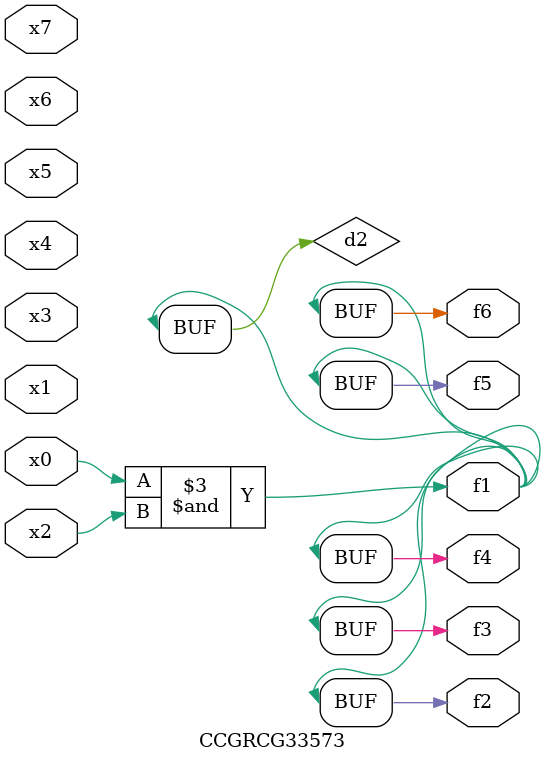
<source format=v>
module CCGRCG33573(
	input x0, x1, x2, x3, x4, x5, x6, x7,
	output f1, f2, f3, f4, f5, f6
);

	wire d1, d2;

	nor (d1, x3, x6);
	and (d2, x0, x2);
	assign f1 = d2;
	assign f2 = d2;
	assign f3 = d2;
	assign f4 = d2;
	assign f5 = d2;
	assign f6 = d2;
endmodule

</source>
